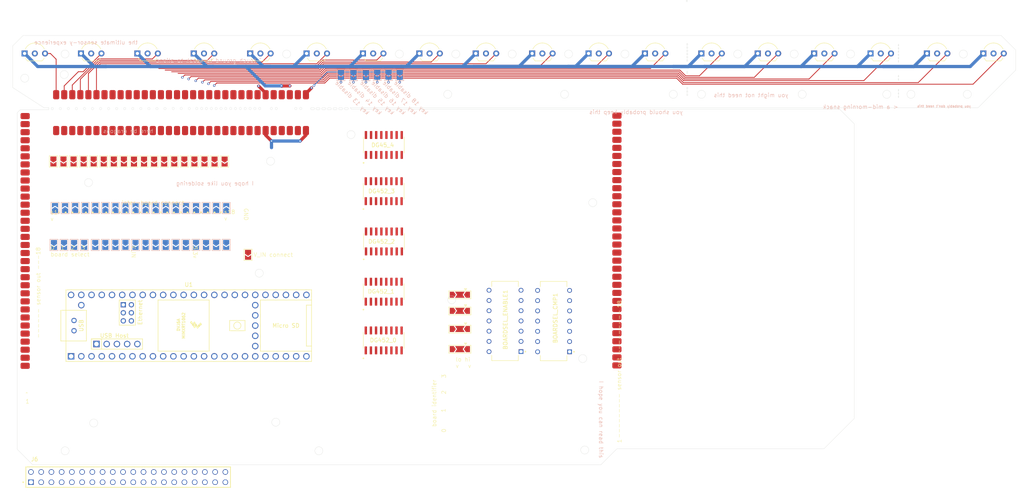
<source format=kicad_pcb>
(kicad_pcb (version 20240108) (generator "pcbnew") (generator_version "8.0")
  (layers (0 "F.Cu" power) (1 "In1.Cu" power "In1.Cu.+3v3") (2 "In2.Cu" signal) (31 "B.Cu" signal "B.Cu.Gnd") (34 "B.Paste" user) (35 "F.Paste" user) (36 "B.SilkS" user "B.Silkscreen") (37 "F.SilkS" user "F.Silkscreen") (38 "B.Mask" user) (39 "F.Mask" user) (44 "Edge.Cuts" user))
  (net 0 "")
  (net 1 "Net-(BOARDSEL_CMP1-2Y)")
  (net 2 "Net-(BOARDSEL_CMP1-3B)")
  (net 3 "Net-(BOARDSEL_CMP1-4A)")
  (net 4 "Net-(BOARDSEL_CMP1-2A)")
  (net 5 "Net-(BOARDSEL_CMP1-4B)")
  (net 6 "Net-(BOARDSEL_CMP1-1A)")
  (net 7 "Net-(BOARDSEL_CMP1-4Y)")
  (net 8 "Net-(BOARDSEL_CMP1-3Y)")
  (net 9 "Net-(BOARDSEL_CMP1-1Y)")
  (net 10 "Net-(BOARDSEL_CMP1-1B)")
  (net 11 "Net-(BOARDSEL_CMP1-2B)")
  (net 12 "GND")
  (net 13 "Net-(BOARDSEL_CMP1-VCC)")
  (net 14 "Net-(BOARDSEL_CMP1-3A)")
  (net 15 "Net-(BOARDSEL_ENABLE1-1Y)")
  (net 21 "Net-(DG45_4-S_4)")
  (net 22 "Net-(DG45_4-S_1)")
  (net 25 "Net-(DG45_4-D_4)")
  (net 26 "Net-(DG45_4-D_1)")
  (net 29 "Net-(DG452_0-D_1)")
  (net 30 "Net-(DG452_0-D_2)")
  (net 31 "Net-(DG452_0-D_3)")
  (net 32 "Net-(DG452_0-D_4)")
  (net 33 "Net-(DG452_0-S_3)")
  (net 34 "Net-(DG452_0-S_4)")
  (net 35 "Net-(DG452_0-S_1)")
  (net 36 "Net-(DG452_0-S_2)")
  (net 37 "Net-(DG452_1-D_1)")
  (net 38 "Net-(DG452_1-D_2)")
  (net 39 "Net-(DG452_1-S_3)")
  (net 40 "Net-(DG452_1-D_4)")
  (net 41 "Net-(DG452_1-S_1)")
  (net 42 "Net-(DG452_1-S_2)")
  (net 43 "Net-(DG452_1-S_4)")
  (net 44 "Net-(DG452_1-D_3)")
  (net 45 "Net-(DG452_2-S_4)")
  (net 46 "Net-(DG452_2-D_3)")
  (net 47 "Net-(DG452_2-S_3)")
  (net 48 "Net-(DG452_2-S_2)")
  (net 49 "Net-(DG452_2-D_4)")
  (net 50 "Net-(DG452_2-S_1)")
  (net 51 "Net-(DG452_2-D_1)")
  (net 52 "Net-(DG452_2-D_2)")
  (net 53 "Net-(DG452_3-D_2)")
  (net 54 "Net-(DG452_3-S_2)")
  (net 55 "Net-(DG452_3-D_1)")
  (net 56 "Net-(DG452_3-S_3)")
  (net 57 "Net-(DG452_3-S_4)")
  (net 58 "Net-(DG452_3-D_3)")
  (net 59 "Net-(DG452_3-D_4)")
  (net 60 "Net-(DG452_3-S_1)")
  (net 64 "Net-(J4-Pin_22)")
  (net 67 "Net-(J4-Pin_26)")
  (net 68 "Net-(J4-Pin_25)")
  (net 69 "Net-(J4-Pin_29)")
  (net 71 "Net-(JP23-B)")
  (net 72 "Net-(J4-Pin_21)")
  (net 73 "Net-(J4-Pin_28)")
  (net 74 "Net-(J4-Pin_23)")
  (net 116 "Net-(J2-Pin_9)")
  (net 134 "Net-(J4-Pin_31)")
  (net 135 "Net-(J4-Pin_27)")
  (net 136 "Net-(J4-Pin_32)")
  (net 137 "Net-(J4-Pin_24)")
  (net 138 "Net-(J4-Pin_30)")
  (net 143 "Net-(J4-Pin_16)")
  (net 144 "Net-(J4-Pin_20)")
  (net 145 "Net-(J4-Pin_18)")
  (net 146 "Net-(J4-Pin_17)")
  (net 147 "Net-(J4-Pin_15)")
  (net 148 "Net-(J4-Pin_19)")
  (footprint "Package_TO_SOT_THT:TO-92_Inline_Wide" (layer "F.Cu") (at 155.96 35.86)
    (property "Reference" "U12" (hide yes))
    (property "Value" "DRV5055A1xLPGxQ1")
  )
  (footprint "Package_TO_SOT_THT:TO-92_Inline_Wide" (layer "F.Cu") (at 29.96 35.86)
    (property "Reference" "U3" (hide yes))
    (property "Value" "DRV5055A1xLPGxQ1")
  )
  (footprint "Package_TO_SOT_THT:TO-92_Inline_Wide" (layer "F.Cu") (at 71.96 35.86)
    (property "Reference" "U6" (hide yes))
    (property "Value" "DRV5055A1xLPGxQ1")
  )
  (footprint "Package_TO_SOT_THT:TO-92_Inline_Wide" (layer "F.Cu") (at 169.96 35.86)
    (property "Reference" "U13" (hide yes))
    (property "Value" "DRV5055A1xLPGxQ1")
  )
  (footprint "mine:DIP794W45P254L1969H508Q14" (layer "F.Cu") (at 135.2275 102.26 180)
    (property "Reference" "BOARDSEL_ENABLE1")
    (property "Value" "SN74HCT21N")
  )
  (footprint "mine:SOIC127P600X175-16N" (layer "F.Cu") (at 105.11 107.095 90)
    (property "Reference" "DG452_0")
    (property "Value" "~")
  )
  (footprint "mine:Conn_1x32_SMD" (layer "F.Cu") (at 90.800001 55 -90)
    (property "Reference" "J4" (hide yes))
    (property "Value" "Conn_01x32_Pin")
  )
  (footprint "Jumper:SolderJumper-2_P1.3mm_Open_TrianglePad1.0x1.5mm" (layer "F.Cu") (at 33.115686 62.675 -90)
    (property "Reference" "JP52" (hide yes))
    (property "Value" "SolderJumper_2_Open" (hide yes))
  )
  (footprint "Jumper:SolderJumper-2_P1.3mm_Open_TrianglePad1.0x1.5mm" (layer "F.Cu") (at 35.615686 62.675 -90)
    (property "Reference" "JP53" (hide yes))
    (property "Value" "SolderJumper_2_Open" (hide yes))
  )
  (footprint "mine:SOIC127P600X175-16N" (layer "F.Cu") (at 105.165 82.525 90)
    (property "Reference" "DG452_2")
    (property "Value" "~")
  )
  (footprint "mine:SOIC127P600X175-16N" (layer "F.Cu") (at 105.11 70.05 90)
    (property "Reference" "DG452_3")
    (property "Value" "~")
  )
  (footprint "Jumper:SolderJumper-3_P2.0mm_Open_TrianglePad1.0x1.5mm" (layer "F.Cu") (at 124.0175 104.26 180)
    (property "Reference" "JP2" (hide yes))
    (property "Value" "Jumper_3_Open")
  )
  (footprint "Package_TO_SOT_THT:TO-92_Inline_Wide" (layer "F.Cu") (at 225.96 35.86)
    (property "Reference" "U17" (hide yes))
    (property "Value" "DRV5055A1xLPGxQ1")
  )
  (footprint "Package_TO_SOT_THT:TO-92_Inline_Wide" (layer "F.Cu") (at 85.96 35.86)
    (property "Reference" "U7" (hide yes))
    (property "Value" "DRV5055A1xLPGxQ1")
  )
  (footprint "Package_TO_SOT_THT:TO-92_Inline_Wide" (layer "F.Cu") (at 43.96 35.86)
    (property "Reference" "U4" (hide yes))
    (property "Value" "DRV5055A1xLPGxQ1")
  )
  (footprint "Package_TO_SOT_THT:TO-92_Inline_Wide" (layer "F.Cu") (at 183.96 35.86)
    (property "Reference" "U14" (hide yes))
    (property "Value" "DRV5055A1xLPGxQ1")
  )
  (footprint "Jumper:SolderJumper-3_P2.0mm_Open_TrianglePad1.0x1.5mm" (layer "F.Cu") (at 124.0175 95.76 180)
    (property "Reference" "JP4" (hide yes))
    (property "Value" "Jumper_3_Open")
  )
  (footprint "mine:SOIC127P600X175-16N" (layer "F.Cu") (at 105.145 58.575 90)
    (property "Reference" "DG45_4")
    (property "Value" "~")
  )
  (footprint "Package_TO_SOT_THT:TO-92_Inline_Wide" (layer "F.Cu") (at 57.96 35.86)
    (property "Reference" "U5" (hide yes))
    (property "Value" "DRV5055A1xLPGxQ1")
  )
  (footprint "Jumper:SolderJumper-3_P2.0mm_Open_TrianglePad1.0x1.5mm" (layer "F.Cu") (at 124.0175 109.26 180)
    (property "Reference" "JP1" (hide yes))
    (property "Value" "Jumper_3_Open")
  )
  (footprint "mine:Conn_1x32_SMD" (layer "F.Cu") (at 18.8 46.1 90)
    (property "Reference" "J5" (hide yes))
    (property "Value" "Conn_01x32_Pin")
  )
  (footprint "Jumper:SolderJumper-2_P1.3mm_Open_TrianglePad1.0x1.5mm" (layer "F.Cu") (at 25.615686 62.675 -90)
    (property "Reference" "JP49" (hide yes))
    (property "Value" "SolderJumper_2_Open" (hide yes))
  )
  (footprint "Jumper:SolderJumper-2_P1.3mm_Open_TrianglePad1.0x1.5mm" (layer "F.Cu") (at 55.615686 62.675 -90)
    (property "Reference" "JP61" (hide yes))
    (property "Value" "SolderJumper_2_Open" (hide yes))
  )
  (footprint "Jumper:SolderJumper-2_P1.3mm_Open_TrianglePad1.0x1.5mm" (layer "F.Cu") (at 50.615686 62.7 -90)
    (property "Reference" "JP59" (hide yes))
    (property "Value" "SolderJumper_2_Open" (hide yes))
  )
  (footprint "Jumper:SolderJumper-2_P1.3mm_Open_TrianglePad1.0x1.5mm" (layer "F.Cu") (at 45.615686 62.7 -90)
    (property "Reference" "JP57" (hide yes))
    (property "Value" "SolderJumper_2_Open" (hide yes))
  )
  (footprint "Jumper:SolderJumper-2_P1.3mm_Open_TrianglePad1.0x1.5mm" (layer "F.Cu") (at 53.115686 62.675 -90)
    (property "Reference" "JP60" (hide yes))
    (property "Value" "SolderJumper_2_Open" (hide yes))
  )
  (footprint "Package_TO_SOT_THT:TO-92_Inline_Wide" (layer "F.Cu") (at 127.96 35.86)
    (property "Reference" "U10" (hide yes))
    (property "Value" "DRV5055A1xLPGxQ1")
  )
  (footprint "Jumper:SolderJumper-2_P1.3mm_Open_TrianglePad1.0x1.5mm" (layer "F.Cu") (at 38.115686 62.675 -90)
    (property "Reference" "JP54" (hide yes))
    (property "Value" "SolderJumper_2_Open" (hide yes))
  )
  (footprint "Package_TO_SOT_THT:TO-92_Inline_Wide" (layer "F.Cu") (at 197.96 35.86)
    (property "Reference" "U15" (hide yes))
    (property "Value" "DRV5055A1xLPGxQ1")
  )
  (footprint "Jumper:SolderJumper-2_P1.3mm_Open_TrianglePad1.0x1.5mm" (layer "F.Cu") (at 63.115686 62.7 -90)
    (property "Reference" "JP64" (hide yes))
    (property "Value" "SolderJumper_2_Open" (hide yes))
  )
  (footprint "Jumper:SolderJumper-2_P1.3mm_Open_TrianglePad1.0x1.5mm" (layer "F.Cu") (at 71.435686 85.84 -90)
    (property "Reference" "JP23" (hide yes))
    (property "Value" "5v IN from control rail")
  )
  (footprint "Jumper:SolderJumper-2_P1.3mm_Open_TrianglePad1.0x1.5mm" (layer "F.Cu") (at 48.115686 62.7 -90)
    (property "Reference" "JP58" (hide yes))
    (property "Value" "SolderJumper_2_Open" (hide yes))
  )
  (footprint "Package_TO_SOT_THT:TO-92_Inline_Wide" (layer "F.Cu") (at 99.96 35.86)
    (property "Reference" "U8" (hide yes))
    (property "Value" "DRV5055A1xLPGxQ1")
  )
  (footprint "Package_TO_SOT_THT:TO-92_Inline_Wide" (layer "F.Cu") (at 141.96 35.86)
    (property "Reference" "U11" (hide yes))
    (property "Value" "DRV5055A1xLPGxQ1")
  )
  (footprint "Jumper:SolderJumper-2_P1.3mm_Open_TrianglePad1.0x1.5mm" (layer "F.Cu") (at 30.615686 62.675 -90)
    (property "Reference" "JP51" (hide yes))
    (property "Value" "SolderJumper_2_Open" (hide yes))
  )
  (footprint "mine:Conn_1x32_SMD" (layer "F.Cu") (at 163 46.3)
    (property "Reference" "J2" (hide yes))
    (property "Value" "Conn_01x32_Pin")
  )
  (footprint "mine:Conn_1x32_SMD" (layer "F.Cu") (at 16.1 46.4)
    (property "Reference" "J3" (hide yes))
    (property "Value" "Conn_01x32_Pin")
  )
  (footprint "Jumper:SolderJumper-2_P1.3mm_Open_TrianglePad1.0x1.5mm" (layer "F.Cu") (at 28.115686 62.675 -90)
    (property "Reference" "JP50" (hide yes))
    (property "Value" "SolderJumper_2_Open" (hide yes))
  )
  (footprint "Package_TO_SOT_THT:TO-92_Inline_Wide" (layer "F.Cu") (at 211.96 35.86)
    (property "Reference" "U16" (hide yes))
    (property "Value" "DRV5055A1xLPGxQ1")
  )
  (footprint "Jumper:SolderJumper-3_P2.0mm_Open_TrianglePad1.0x1.5mm" (layer "F.Cu") (at 124.0175 99.76 180)
    (property "Reference" "JP3" (hide yes))
    (property "Value" "Jumper_3_Open")
  )
  (footprint "Jumper:SolderJumper-2_P1.3mm_Open_TrianglePad1.0x1.5mm" (layer "F.Cu") (at 40.615686 62.675 -90)
    (property "Reference" "JP55" (hide yes))
    (property "Value" "SolderJumper_2_Open" (hide yes))
  )
  (footprint "mine:SOIC127P600X175-16N" (layer "F.Cu") (at 105.11 95 90)
    (property "Reference" "DG452_1")
    (property "Value" "~")
  )
  (footprint "Jumper:SolderJumper-2_P1.3mm_Open_TrianglePad1.0x1.5mm" (layer "F.Cu") (at 65.615686 62.7 -90)
    (property "Reference" "JP65" (hide yes))
    (property "Value" "SolderJumper_2_Open" (hide yes))
  )
  (footprint "mine:SAMTEC_TSW-120-20-S-D-LL" (layer "F.Cu") (at 41.67 141.03)
    (property "Reference" "J6")
    (property "Value" "TSW-120-20-S-D-LL")
  )
  (footprint "Jumper:SolderJumper-2_P1.3mm_Open_TrianglePad1.0x1.5mm" (layer "F.Cu") (at 60.615686 62.675 -90)
    (property "Reference" "JP63" (hide yes))
    (property "Value" "SolderJumper_2_Open" (hide yes))
  )
  (footprint "Package_TO_SOT_THT:TO-92_Inline_Wide" (layer "F.Cu") (at 15.96 35.86)
    (property "Reference" "U2" (hide yes))
    (property "Value" "DRV5055A1xLPGxQ1")
  )
  (footprint "Jumper:SolderJumper-2_P1.3mm_Open_TrianglePad1.0x1.5mm" (layer "F.Cu") (at 23.115686 62.675 -90)
    (property "Reference" "JP48" (hide yes))
    (property "Value" "SolderJumper_2_Open")
  )
  (footprint "Package_TO_SOT_THT:TO-92_Inline_Wide" (layer "F.Cu") (at 239.96 35.86)
    (property "Reference" "U18" (hide yes))
    (property "Value" "DRV5055A1xLPGxQ1")
  )
  (footprint "teensy:Teensy41" (layer "F.Cu") (at 56.71 103.42)
    (property "Reference" "U1")
    (property "Value" "Teensy4.1")
  )
  (footprint "mine:DIP794W45P254L1969H508Q14" (layer "F.Cu") (at 147.2875 102.3 180)
    (property "Reference" "BOARDSEL_CMP1")
    (property "Value" "SN74HCT266N")
  )
  (footprint "Package_TO_SOT_THT:TO-92_Inline_Wide" (layer "F.Cu") (at 253.96 35.86)
    (property "Reference" "U19" (hide yes))
    (property "Value" "DRV5055A1xLPGxQ1")
  )
  (footprint "Jumper:SolderJumper-2_P1.3mm_Open_TrianglePad1.0x1.5mm" (layer "F.Cu") (at 43.115686 62.7 -90)
    (property "Reference" "JP56" (hide yes))
    (property "Value" "SolderJumper_2_Open" (hide yes))
  )
  (footprint "Jumper:SolderJumper-2_P1.3mm_Open_TrianglePad1.0x1.5mm" (layer "F.Cu") (at 58.115686 62.675 -90)
    (property "Reference" "JP62" (hide yes))
    (property "Value" "SolderJumper_2_Open" (hide yes))
  )
  (footprint "Package_TO_SOT_THT:TO-92_Inline_Wide" (layer "F.Cu") (at 113.96 35.86)
    (property "Reference" "U9" (hide yes))
    (property "Value" "DRV5055A1xLPGxQ1")
  )
  (footprint "Jumper:SolderJumper-2_P1.3mm_Open_TrianglePad1.0x1.5mm" (layer "B.Cu") (at 23.25 83.4 -90)
    (property "Reference" "JPE01" (hide yes))
    (property "Value" "SolderJumper_2_Open")
  )
  (footprint "Jumper:SolderJumper-2_P1.3mm_Open_TrianglePad1.0x1.5mm" (layer "B.Cu") (at 58.5 83.375 -90)
    (property "Reference" "JPE15" (hide yes))
    (property "Value" "SolderJumper_2_Open" (hide yes))
  )
  (footprint "Jumper:SolderJumper-2_P1.3mm_Open_TrianglePad1.0x1.5mm" (layer "B.Cu") (at 53.5 83.375 -90)
    (property "Reference" "JPE13" (hide yes))
    (property "Value" "SolderJumper_2_Open" (hide yes))
  )
  (footprint "Jumper:SolderJumper-2_P1.3mm_Open_TrianglePad1.0x1.5mm" (layer "B.Cu") (at 53.515686 74.25 90)
    (property "Reference" "JP20" (hide yes))
    (property "Value" "SolderJumper_2_Open" (hide yes))
  )
  (footprint "Jumper:SolderJumper-2_P1.3mm_Open_TrianglePad1.0x1.5mm" (layer "B.Cu") (at 30.75 83.4 -90)
    (property "Reference" "JPE04" (hide yes))
    (property "Value" "SolderJumper_2_Open" (hide yes))
  )
  (footprint "Jumper:SolderJumper-2_P1.3mm_Open_TrianglePad1.0x1.5mm" (layer "B.Cu") (at 63.515686 74.225 90)
    (property "Reference" "JP46" (hide yes))
    (property "Value" "SolderJumper_2_Open" (hide yes))
  )
  (footprint "Jumper:SolderJumper-2_P1.3mm_Open_TrianglePad1.0x1.5mm" (layer "B.Cu") (at 66 83.375 -90)
    (property "Reference" "JPE18" (hide yes))
    (property "Value" "SolderJumper_2_Open" (hide yes))
  )
  (footprint "Jumper:SolderJumper-2_P1.3mm_Open_TrianglePad1.0x1.5mm" (layer "B.Cu") (at 43.515686 74.25 90)
    (property "Reference" "JP16" (hide yes))
    (property "Value" "SolderJumper_2_Open" (hide yes))
  )
  (footprint "Jumper:SolderJumper-2_P1.3mm_Open_TrianglePad1.0x1.5mm" (layer "B.Cu") (at 66.015686 74.25 90)
    (property "Reference" "JP47" (hide yes))
    (property "Value" "SolderJumper_2_Open" (hide yes))
  )
  (footprint "Jumper:SolderJumper-2_P1.3mm_Open_TrianglePad1.0x1.5mm" (layer "B.Cu") (at 36.015686 74.225 90)
    (property "Reference" "JP13" (hide yes))
    (property "Value" "SolderJumper_2_Open" (hide yes))
  )
  (footprint "Jumper:SolderJumper-2_P1.3mm_Open_TrianglePad1.0x1.5mm" (layer "B.Cu") (at 109.1 41.2 -90)
    (property "Reference" "JP5" (hide yes))
    (property "Value" "SolderJumper_2_Open")
  )
  (footprint "Jumper:SolderJumper-2_P1.3mm_Open_TrianglePad1.0x1.5mm" (layer "B.Cu") (at 36 83.4 -90)
    (property "Reference" "JPE06" (hide yes))
    (property "Value" "SolderJumper_2_Open" (hide yes))
  )
  (footprint "Jumper:SolderJumper-2_P1.3mm_Open_TrianglePad1.0x1.5mm" (layer "B.Cu") (at 41.015686 74.25 90)
    (property "Reference" "JP15" (hide yes))
    (property "Value" "SolderJumper_2_Open" (hide yes))
  )
  (footprint "Jumper:SolderJumper-2_P1.3mm_Open_TrianglePad1.0x1.5mm" (layer "B.Cu") (at 41 83.375 -90)
    (property "Reference" "JPE08" (hide yes))
    (property "Value" "SolderJumper_2_Open" (hide yes))
  )
  (footprint "Jumper:SolderJumper-2_P1.3mm_Open_TrianglePad1.0x1.5mm" (layer "B.Cu") (at 97.6 41.224999 -90)
    (property "Reference" "JP25" (hide yes))
    (property "Value" "SolderJumper_2_Open")
  )
  (footprint "Jumper:SolderJumper-2_P1.3mm_Open_TrianglePad1.0x1.5mm" (layer "B.Cu") (at 51 83.4 -90)
    (property "Reference" "JPE12" (hide yes))
    (property "Value" "SolderJumper_2_Open" (hide yes))
  )
  (footprint "Jumper:SolderJumper-2_P1.3mm_Open_TrianglePad1.0x1.5mm" (layer "B.Cu") (at 61.015686 74.225 90)
    (property "Reference" "JP45" (hide yes))
    (property "Value" "SolderJumper_2_Open" (hide yes))
  )
  (footprint "Jumper:SolderJumper-2_P1.3mm_Open_TrianglePad1.0x1.5mm" (layer "B.Cu") (at 103.5 41.149999 -90)
    (property "Reference" "JP7" (hide yes))
    (property "Value" "SolderJumper_2_Open")
  )
  (footprint "Jumper:SolderJumper-2_P1.3mm_Open_TrianglePad1.0x1.5mm" (layer "B.Cu") (at 46.015686 74.225 90)
    (property "Reference" "JP17" (hide yes))
    (property "Value" "SolderJumper_2_Open" (hide yes))
  )
  (footprint "Jumper:SolderJumper-2_P1.3mm_Open_TrianglePad1.0x1.5mm" (layer "B.Cu") (at 56 83.4 -90)
    (property "Reference" "JPE14" (hide yes))
    (property "Value" "SolderJumper_2_Open" (hide yes))
  )
  (footprint "Jumper:SolderJumper-2_P1.3mm_Open_TrianglePad1.0x1.5mm" (layer "B.Cu") (at 61 83.4 -90)
    (property "Reference" "JPE16" (hide yes))
    (property "Value" "SolderJumper_2_Open" (hide yes))
  )
  (footprint "Jumper:SolderJumper-2_P1.3mm_Open_TrianglePad1.0x1.5mm" (layer "B.Cu") (at 56.015686 74.225 90)
    (property "Reference" "JP21" (hide yes))
    (property "Value" "SolderJumper_2_Open" (hide yes))
  )
  (footprint "Jumper:SolderJumper-2_P1.3mm_Open_TrianglePad1.0x1.5mm" (layer "B.Cu") (at 28.25 83.4 -90)
    (property "Reference" "JPE03" (hide yes))
    (property "Value" "SolderJumper_2_Open" (hide yes))
  )
  (footprint "Jumper:SolderJumper-2_P1.3mm_Open_TrianglePad1.0x1.5mm" (layer "B.Cu") (at 25.75 83.4 -90)
    (property "Reference" "JPE02" (hide yes))
    (property "Value" "SolderJumper_2_Open" (hide yes))
  )
  (footprint "Jumper:SolderJumper-2_P1.3mm_Open_TrianglePad1.0x1.5mm" (layer "B.Cu") (at 51.015686 74.225 90)
    (property "Reference" "JP19" (hide yes))
    (property "Value" "SolderJumper_2_Open" (hide yes))
  )
  (footprint "Jumper:SolderJumper-2_P1.3mm_Open_TrianglePad1.0x1.5mm" (layer "B.Cu") (at 43.5 83.4 -90)
    (property "Reference" "JPE09" (hide yes))
    (property "Value" "SolderJumper_2_Open" (hide yes))
  )
  (footprint "Jumper:SolderJumper-2_P1.3mm_Open_TrianglePad1.0x1.5mm" (layer "B.Cu") (at 106.3 41.149999 -90)
    (property "Reference" "JP6" (hide yes))
    (property "Value" "SolderJumper_2_Open")
  )
  (footprint "Jumper:SolderJumper-2_P1.3mm_Open_TrianglePad1.0x1.5mm" (layer "B.Cu") (at 100.699998 41.249999 -90)
    (property "Reference" "JP24" (hide yes))
    (property "Value" "SolderJumper_2_Open")
  )
  (footprint "Jumper:SolderJumper-2_P1.3mm_Open_TrianglePad1.0x1.5mm" (layer "B.Cu") (at 38.5 83.4 -90)
    (property "Reference" "JPE07" (hide yes))
    (property "Value" "SolderJumper_2_Open" (hide yes))
  )
  (footprint "Jumper:SolderJumper-2_P1.3mm_Open_TrianglePad1.0x1.5mm" (layer "B.Cu") (at 38.515686 74.25 90)
    (property "Reference" "JP14" (hide yes))
    (property "Value" "SolderJumper_2_Open" (hide yes))
  )
  (footprint "Jumper:SolderJumper-2_P1.3mm_Open_TrianglePad1.0x1.5mm" (layer "B.Cu") (at 31.015686 74.225 90)
    (property "Reference" "JP11" (hide yes))
    (property "Value" "SolderJumper_2_Open" (hide yes))
  )
  (footprint "Jumper:SolderJumper-2_P1.3mm_Open_TrianglePad1.0x1.5mm" (layer "B.Cu") (at 33.5 83.4 -90)
    (property "Reference" "JPE05" (hide yes))
    (property "Value" "SolderJumper_2_Open" (hide yes))
  )
  (footprint "Jumper:SolderJumper-2_P1.3mm_Open_TrianglePad1.0x1.5mm" (layer "B.Cu") (at 48.5 83.4 -90)
    (property "Reference" "JPE11" (hide yes))
    (property "Value" "SolderJumper_2_Open" (hide yes))
  )
  (footprint "Jumper:SolderJumper-2_P1.3mm_Open_TrianglePad1.0x1.5mm" (layer "B.Cu") (at 26.015686 74.25 90)
    (property "Reference" "JP9" (hide yes))
    (property "Value" "SolderJumper_2_Open" (hide yes))
  )
  (footprint "Jumper:SolderJumper-2_P1.3mm_Open_TrianglePad1.0x1.5mm" (layer "B.Cu") (at 58.515686 74.25 90)
    (property "Reference" "JP22" (hide yes))
    (property "Value" "SolderJumper_2_Open" (hide yes))
  )
  (footprint "Jumper:SolderJumper-2_P1.3mm_Open_TrianglePad1.0x1.5mm" (layer "B.Cu") (at 46 83.4 -90)
    (property "Reference" "JPE10" (hide yes))
    (property "Value" "SolderJumper_2_Open" (hide yes))
  )
  (footprint "Jumper:SolderJumper-2_P1.3mm_Open_TrianglePad1.0x1.5mm" (layer "B.Cu") (at 48.515686 74.25 90)
    (property "Reference" "JP18" (hide yes))
    (property "Value" "SolderJumper_2_Open" (hide yes))
  )
  (footprint "Jumper:SolderJumper-2_P1.3mm_Open_TrianglePad1.0x1.5mm" (layer "B.Cu") (at 23.515686 74.225 90)
    (property "Reference" "JP8" (hide yes))
    (property "Value" "SolderJumper_2_Open")
  )
  (footprint "Jumper:SolderJumper-2_P1.3mm_Open_TrianglePad1.0x1.5mm" (layer "B.Cu") (at 28.515686 74.225 90)
    (property "Reference" "JP10" (hide yes))
    (property "Value" "SolderJumper_2_Open" (hide yes))
  )
  (footprint "Jumper:SolderJumper-2_P1.3mm_Open_TrianglePad1.0x1.5mm" (layer "B.Cu") (at 33.515686 74.225 90)
    (property "Reference" "JP12" (hide yes))
    (property "Value" "SolderJumper_2_Open" (hide yes))
  )
  (footprint "Jumper:SolderJumper-2_P1.3mm_Open_TrianglePad1.0x1.5mm" (layer "B.Cu") (at 94.5 41.2 -90)
    (property "Reference" "JP26" (hide yes))
    (property "Value" "SolderJumper_2_Open")
  )
  (footprint "Jumper:SolderJumper-2_P1.3mm_Open_TrianglePad1.0x1.5mm" (layer "B.Cu") (at 63.5 83.4 -90)
    (property "Reference" "JPE17" (hide yes))
    (property "Value" "SolderJumper_2_Open" (hide yes))
  )
  (gr_line (start 24.435686 75.315) (end 65.135686 75.315) (stroke (width 0.4) (type dot)) (layer "F.SilkS"))
  (gr_circle (center 40.823223 49.543935) (end 40.623223 49.743935) (stroke (width 0.05)) (fill none) (layer "Edge.Cuts"))
  (gr_circle (center 157 72.9) (end 158 72.9) (stroke (width 0.05)) (fill none) (layer "Edge.Cuts"))
  (gr_poly (pts (xy 180.3 46.3) (xy 180.3 45.9) (xy 180.6 45.9) (xy 180.6 46.3)) (stroke (width 0.05)) (fill none) (layer "Edge.Cuts"))
  (gr_poly (pts (xy 180.3 37) (xy 180.3 36.6) (xy 180.6 36.6) (xy 180.6 37)) (stroke (width 0.05)) (fill none) (layer "Edge.Cuts"))
  (gr_arc (start 88.296446 49.576777) (mid 88.369671 49.400008) (end 88.546446 49.326777) (stroke (width 0.05)) (layer "Edge.Cuts"))
  (gr_arc (start 92.523223 49.576777) (mid 92.596446 49.4) (end 92.773223 49.326777) (stroke (width 0.05)) (layer "Edge.Cuts"))
  (gr_circle (center 42.823223 49.543935) (end 42.623223 49.743935) (stroke (width 0.05)) (fill none) (layer "Edge.Cuts"))
  (gr_circle (center 151 36) (end 152 36) (stroke (width 0.05)) (fill none) (layer "Edge.Cuts"))
  (gr_arc (start 91.123223 49.603556) (mid 91.196454 49.426793) (end 91.373223 49.353556) (stroke (width 0.05)) (layer "Edge.Cuts"))
  (gr_line (start 87.2 49.3) (end 87.7 49.3) (stroke (width 0.05)) (layer "Edge.Cuts"))
  (gr_circle (center 250 46) (end 251 46) (stroke (width 0.05)) (fill none) (layer "Edge.Cuts"))
  (gr_arc (start 93.273223 49.326777) (mid 93.45 49.4) (end 93.523223 49.576777) (stroke (width 0.05)) (layer "Edge.Cuts"))
  (gr_circle (center 58.706065 49.526777) (end 58.506065 49.726777) (stroke (width 0.05)) (fill none) (layer "Edge.Cuts"))
  (gr_poly (pts (xy 232.8 37.2) (xy 232.8 36.8) (xy 233 36.8) (xy 233 37.2)) (stroke (width 0.05)) (fill none) (layer "Edge.Cuts"))
  (gr_circle (center 28.823223 49.543935) (end 28.623223 49.743935) (stroke (width 0.05)) (fill none) (layer "Edge.Cuts"))
  (gr_line (start 93.273223 49.826777) (end 92.773223 49.826777) (stroke (width 0.05)) (layer "Edge.Cuts"))
  (gr_circle (center 65.906065 49.526777) (end 65.706065 49.726777) (stroke (width 0.05)) (fill none) (layer "Edge.Cuts"))
  (gr_poly (pts (xy 232.8 46) (xy 232.8 45.6) (xy 233 45.6) (xy 233 46)) (stroke (width 0.05)) (fill none) (layer "Edge.Cuts"))
  (gr_circle (center 122 97) (end 123 97) (stroke (width 0.05)) (fill none) (layer "Edge.Cuts"))
  (gr_circle (center 165 36) (end 166 36) (stroke (width 0.05)) (fill none) (layer "Edge.Cuts"))
  (gr_line (start 91.373223 49.353556) (end 91.873223 49.353556) (stroke (width 0.05)) (layer "Edge.Cuts"))
  (gr_circle (center 56.840381 49.526777) (end 56.640381 49.726777) (stroke (width 0.05)) (fill none) (layer "Edge.Cuts"))
  (gr_circle (center 25.8 41.1) (end 26.8 41.1) (stroke (width 0.05)) (fill none) (layer "Edge.Cuts"))
  (gr_poly (pts (xy 180.27 23.015) (xy 180.27 22.615) (xy 180.47 22.615) (xy 180.47 23.015)) (stroke (width 0.05)) (fill none) (layer "Edge.Cuts"))
  (gr_circle (center 26.823223 49.543935) (end 26.623223 49.743935) (stroke (width 0.05)) (fill none) (layer "Edge.Cuts"))
  (gr_circle (center 44.823223 49.543935) (end 44.623223 49.743935) (stroke (width 0.05)) (fill none) (layer "Edge.Cuts"))
  (gr_arc (start 94.923223 49.576777) (mid 94.85 49.753554) (end 94.673223 49.826777) (stroke (width 0.05)) (layer "Edge.Cuts"))
  (gr_circle (center 54.840381 49.526777) (end 54.640381 49.726777) (stroke (width 0.05)) (fill none) (layer "Edge.Cuts"))
  (gr_arc (start 91.373223 49.853556) (mid 91.196454 49.780331) (end 91.123223 49.603556) (stroke (width 0.05)) (layer "Edge.Cuts"))
  (gr_circle (center 31.835686 67.915) (end 32.835686 67.915) (stroke (width 0.05)) (fill none) (layer "Edge.Cuts"))
  (gr_circle (center 249 36) (end 250 36) (stroke (width 0.05)) (fill none) (layer "Edge.Cuts"))
  (gr_arc (start 95.35 49.55) (mid 95.423214 49.3732) (end 95.6 49.3) (stroke (width 0.05)) (layer "Edge.Cuts"))
  (gr_circle (center 50.823223 49.543935) (end 50.623223 49.743935) (stroke (width 0.05)) (fill none) (layer "Edge.Cuts"))
  (gr_arc (start 95.6 49.8) (mid 95.42323 49.72677) (end 95.35 49.55) (stroke (width 0.05)) (layer "Edge.Cuts"))
  (gr_arc (start 87.7 49.3) (mid 87.876783 49.373217) (end 87.95 49.55) (stroke (width 0.05)) (layer "Edge.Cuts"))
  (gr_poly (pts (xy 20.72449 49.3) (xy 13 44.319737) (xy 13 34) (xy 15.6 31.4) (xy 258.4 31.4) (xy 262 35) (xy 262 40) (xy 252.7 49.3) (xy 102.4 49.3) (xy 96.8 49.3) (xy 96.8 49.4) (xy 97 49.5) (xy 97.066667 49.7) (xy 218.3 49.7) (xy 221.9 53.3) (xy 221.9 126.5) (xy 214.4 134) (xy 163 134) (xy 159 138) (xy 18 138) (xy 14.1 134.1) (xy 14.1 50.6) (xy 14.9 49.8) (xy 22 49.8) (xy 22 49.3)) (stroke (width 0.05)) (fill none) (layer "Edge.Cuts"))
  (gr_circle (center 33.115686 127.6) (end 34.115686 127.6) (stroke (width 0.05)) (fill none) (layer "Edge.Cuts"))
  (gr_circle (center 154.515686 111.6) (end 155.515686 111.6) (stroke (width 0.05)) (fill none) (layer "Edge.Cuts"))
  (gr_line (start 96.1 49.8) (end 95.6 49.8) (stroke (width 0.05)) (layer "Edge.Cuts"))
  (gr_circle (center 81 36) (end 82 36) (stroke (width 0.05)) (fill none) (layer "Edge.Cuts"))
  (gr_circle (center 193 36) (end 194 36) (stroke (width 0.05)) (fill none) (layer "Edge.Cuts"))
  (gr_circle (center 209 46) (end 210 46) (stroke (width 0.05)) (fill none) (layer "Edge.Cuts"))
  (gr_poly (pts (xy 232.8 36.4) (xy 232.8 36) (xy 233 36) (xy 233 36.4)) (stroke (width 0.05)) (fill none) (layer "Edge.Cuts"))
  (gr_circle (center 109 36) (end 110 36) (stroke (width 0.05)) (fill none) (layer "Edge.Cuts"))
  (gr_circle (center 74.340381 49.526777) (end 74.140381 49.726777) (stroke (width 0.05)) (fill none) (layer "Edge.Cuts"))
  (gr_circle (center 68.306065 49.526777) (end 68.106065 49.726777) (stroke (width 0.05)) (fill none) (layer "Edge.Cuts"))
  (gr_arc (start 96.35 49.55) (mid 96.276767 49.726754) (end 96.1 49.8) (stroke (width 0.05)) (layer "Edge.Cuts"))
  (gr_circle (center 73.123223 49.526777) (end 72.923223 49.726777) (stroke (width 0.05)) (fill none) (layer "Edge.Cuts"))
  (gr_line (start 89.046446 49.826777) (end 88.546446 49.826777) (stroke (width 0.05)) (layer "Edge.Cuts"))
  (gr_poly (pts (xy 180.3 34.6) (xy 180.3 34.2) (xy 180.6 34.2) (xy 180.6 34.6)) (stroke (width 0.05)) (fill none) (layer "Edge.Cuts"))
  (gr_circle (center 62.323223 49.526777) (end 62.123223 49.726777) (stroke (width 0.05)) (fill none) (layer "Edge.Cuts"))
  (gr_arc (start 89.296446 49.576777) (mid 89.223224 49.753562) (end 89.046446 49.826777) (stroke (width 0.05)) (layer "Edge.Cuts"))
  (gr_line (start 89.973223 49.326777) (end 90.473223 49.326777) (stroke (width 0.05)) (layer "Edge.Cuts"))
  (gr_circle (center 155.015686 134.3) (end 156.015686 134.3) (stroke (width 0.05)) (fill none) (layer "Edge.Cuts"))
  (gr_arc (start 90.473223 49.326777) (mid 90.65 49.4) (end 90.723223 49.576777) (stroke (width 0.05)) (layer "Edge.Cuts"))
  (gr_circle (center 71.940381 49.526777) (end 71.740381 49.726777) (stroke (width 0.05)) (fill none) (layer "Edge.Cuts"))
  (gr_circle (center 46.823223 49.543935) (end 46.623223 49.743935) (stroke (width 0.05)) (fill none) (layer "Edge.Cuts"))
  (gr_circle (center 177 46) (end 178 46) (stroke (width 0.05)) (fill none) (layer "Edge.Cuts"))
  (gr_line (start 87.7 49.8) (end 87.2 49.8) (stroke (width 0.05)) (layer "Edge.Cuts"))
  (gr_circle (center 77.223223 49.526777) (end 77.023223 49.726777) (stroke (width 0.05)) (fill none) (layer "Edge.Cuts"))
  (gr_circle (center 97 56) (end 98 56) (stroke (width 0.05)) (fill none) (layer "Edge.Cuts"))
  (gr_arc (start 91.873223 49.353556) (mid 92.049972 49.426784) (end 92.123223 49.603556) (stroke (width 0.05)) (layer "Edge.Cuts"))
  (gr_circle (center 74.215686 90.4) (end 75.215686 90.4) (stroke (width 0.05)) (fill none) (layer "Edge.Cuts"))
  (gr_circle (center 26.015686 134.5) (end 27.015686 134.5) (stroke (width 0.05)) (fill none) (layer "Edge.Cuts"))
  (gr_poly (pts (xy 232.8 46.8) (xy 232.8 46.4) (xy 233 46.4) (xy 233 46.8)) (stroke (width 0.05)) (fill none) (layer "Edge.Cuts"))
  (gr_arc (start 89.723223 49.576777) (mid 89.796446 49.4) (end 89.973223 49.326777) (stroke (width 0.05)) (layer "Edge.Cuts"))
  (gr_line (start 88.546446 49.326777) (end 89.046446 49.326777) (stroke (width 0.05)) (layer "Edge.Cuts"))
  (gr_circle (center 38.823223 49.543935) (end 38.623223 49.743935) (stroke (width 0.05)) (fill none) (layer "Edge.Cuts"))
  (gr_poly (pts (xy 180.3 37.8) (xy 180.3 37.4) (xy 180.6 37.4) (xy 180.6 37.8)) (stroke (width 0.05)) (fill none) (layer "Edge.Cuts"))
  (gr_poly (pts (xy 232.8 41.7) (xy 232.8 41.3) (xy 233 41.3) (xy 233 41.7)) (stroke (width 0.05)) (fill none) (layer "Edge.Cuts"))
  (gr_circle (center 59.923223 49.526777) (end 59.723223 49.726777) (stroke (width 0.05)) (fill none) (layer "Edge.Cuts"))
  (gr_poly (pts (xy 180.3 33.8) (xy 180.3 33.4) (xy 180.6 33.4) (xy 180.6 33.8)) (stroke (width 0.05)) (fill none) (layer "Edge.Cuts"))
  (gr_circle (center 236 46) (end 237 46) (stroke (width 0.05)) (fill none) (layer "Edge.Cuts"))
  (gr_circle (center 137 36) (end 138 36) (stroke (width 0.05)) (fill none) (layer "Edge.Cuts"))
  (gr_circle (center 48.823223 49.543935) (end 48.623223 49.743935) (stroke (width 0.05)) (fill none) (layer "Edge.Cuts"))
  (gr_poly (pts (xy 180.3 36.2) (xy 180.3 35.8) (xy 180.6 35.8) (xy 180.6 36.2)) (stroke (width 0.05)) (fill none) (layer "Edge.Cuts"))
  (gr_arc (start 92.773223 49.826777) (mid 92.596446 49.753554) (end 92.523223 49.576777) (stroke (width 0.05)) (layer "Edge.Cuts"))
  (gr_circle (center 184 46) (end 183 46) (stroke (width 0.05)) (fill none) (layer "Edge.Cuts"))
  (gr_arc (start 96.1 49.3) (mid 96.276783 49.373217) (end 96.35 49.55) (stroke (width 0.05)) (layer "Edge.Cuts"))
  (gr_arc (start 94.673223 49.326777) (mid 94.85 49.4) (end 94.923223 49.576777) (stroke (width 0.05)) (layer "Edge.Cuts"))
  (gr_arc (start 89.046446 49.326777) (mid 89.223208 49.400008) (end 89.296446 49.576777) (stroke (width 0.05)) (layer "Edge.Cuts"))
  (gr_circle (center 30.823223 49.543935) (end 30.623223 49.743935) (stroke (width 0.05)) (fill none) (layer "Edge.Cuts"))
  (gr_circle (center 22.823223 49.543935) (end 22.623223 49.743935) (stroke (width 0.05)) (fill none) (layer "Edge.Cuts"))
  (gr_poly (pts (xy 180.3 40.8) (xy 180.3 40.3) (xy 180.6 40.3) (xy 180.6 40.8)) (stroke (width 0.05)) (fill none) (layer "Edge.Cuts"))
  (gr_arc (start 89.973223 49.826777) (mid 89.796446 49.753554) (end 89.723223 49.576777) (stroke (width 0.05)) (layer "Edge.Cuts"))
  (gr_poly (pts (xy 180.3 44.7) (xy 180.3 44.3) (xy 180.6 44.3) (xy 180.6 44.7)) (stroke (width 0.05)) (fill none) (layer "Edge.Cuts"))
  (gr_poly (pts (xy 232.8 34.8) (xy 232.8 34.4) (xy 233 34.4) (xy 233 34.8)) (stroke (width 0.05)) (fill none) (layer "Edge.Cuts"))
  (gr_arc (start 90.723223 49.576777) (mid 90.65 49.753554) (end 90.473223 49.826777) (stroke (width 0.05)) (layer "Edge.Cuts"))
  (gr_circle (center 78.315686 127.4) (end 79.315686 127.4) (stroke (width 0.05)) (fill none) (layer "Edge.Cuts"))
  (gr_line (start 94.673223 49.826777) (end 94.173223 49.826777) (stroke (width 0.05)) (layer "Edge.Cuts"))
  (gr_circle (center 34.823223 49.543935) (end 34.623223 49.743935) (stroke (width 0.05)) (fill none) (layer "Edge.Cuts"))
  (gr_arc (start 87.95 49.55) (mid 87.876767 49.726754) (end 87.7 49.8) (stroke (width 0.05)) (layer "Edge.Cuts"))
  (gr_line (start 94.173223 49.326777) (end 94.673223 49.326777) (stroke (width 0.05)) (layer "Edge.Cuts"))
  (gr_circle (center 63.506065 49.526777) (end 63.306065 49.726777) (stroke (width 0.05)) (fill none) (layer "Edge.Cuts"))
  (gr_circle (center 78.440381 49.526777) (end 78.240381 49.726777) (stroke (width 0.05)) (fill none) (layer "Edge.Cuts"))
  (gr_circle (center 230 46) (end 231 46) (stroke (width 0.05)) (fill none) (layer "Edge.Cuts"))
  (gr_circle (center 61.106065 49.526777) (end 60.906065 49.726777) (stroke (width 0.05)) (fill none) (layer "Edge.Cuts"))
  (gr_poly (pts (xy 232.8 38) (xy 232.8 37.6) (xy 233 37.6) (xy 233 38)) (stroke (width 0.05)) (fill none) (layer "Edge.Cuts"))
  (gr_circle (center 24.823223 49.543935) (end 24.623223 49.743935) (stroke (width 0.05)) (fill none) (layer "Edge.Cuts"))
  (gr_circle (center 32.823223 49.543935) (end 32.623223 49.743935) (stroke (width 0.05)) (fill none) (layer "Edge.Cuts"))
  (gr_circle (center 26 36) (end 27 36) (stroke (width 0.05)) (fill none) (layer "Edge.Cuts"))
  (gr_circle (center 207 36) (end 208 36) (stroke (width 0.05)) (fill none) (layer "Edge.Cuts"))
  (gr_arc (start 94.173223 49.826777) (mid 93.996446 49.753554) (end 93.923223 49.576777) (stroke (width 0.05)) (layer "Edge.Cuts"))
  (gr_circle (center 83.306065 49.526777) (end 83.106065 49.726777) (stroke (width 0.05)) (fill none) (layer "Edge.Cuts"))
  (gr_arc (start 87.2 49.8) (mid 87.02323 49.72677) (end 86.95 49.55) (stroke (width 0.05)) (layer "Edge.Cuts"))
  (gr_poly (pts (xy 232.8 42.5) (xy 232.8 42.1) (xy 233 42.1) (xy 233 42.5)) (stroke (width 0.05)) (fill none) (layer "Edge.Cuts"))
  (gr_circle (center 123 36) (end 124 36) (stroke (width 0.05)) (fill none) (layer "Edge.Cuts"))
  (gr_circle (center 150 46) (end 151 46) (stroke (width 0.05)) (fill none) (layer "Edge.Cuts"))
  (gr_circle (center 84.523223 49.526777) (end 84.323223 49.726777) (stroke (width 0.05)) (fill none) (layer "Edge.Cuts"))
  (gr_poly (pts (xy 232.8 34) (xy 232.8 33.6) (xy 233 33.6) (xy 233 34)) (stroke (width 0.05)) (fill none) (layer "Edge.Cuts"))
  (gr_arc (start 92.123223 49.603556) (mid 92.050007 49.780346) (end 91.873223 49.853556) (stroke (width 0.05)) (layer "Edge.Cuts"))
  (gr_circle (center 67.123223 49.526777) (end 66.923223 49.726777) (stroke (width 0.05)) (fill none) (layer "Edge.Cuts"))
  (gr_arc (start 88.546446 49.826777) (mid 88.369654 49.753562) (end 88.296446 49.576777) (stroke (width 0.05)) (layer "Edge.Cuts"))
  (gr_circle (center 36.823223 49.543935) (end 36.623223 49.743935) (stroke (width 0.05)) (fill none) (layer "Edge.Cuts"))
  (gr_poly (pts (xy 180.3 45.5) (xy 180.3 45.1) (xy 180.6 45.1) (xy 180.6 45.5)) (stroke (width 0.05)) (fill none) (layer "Edge.Cuts"))
  (gr_arc (start 86.95 49.55) (mid 87.023214 49.3732) (end 87.2 49.3) (stroke (width 0.05)) (layer "Edge.Cuts"))
  (gr_poly (pts (xy 180.3 35.4) (xy 180.3 35) (xy 180.6 35) (xy 180.6 35.4)) (stroke (width 0.05)) (fill none) (layer "Edge.Cuts"))
  (gr_line (start 92.773223 49.326777) (end 93.273223 49.326777) (stroke (width 0.05)) (layer "Edge.Cuts"))
  (gr_poly (pts (xy 232.8 35.6) (xy 232.8 35.2) (xy 233 35.2) (xy 233 35.6)) (stroke (width 0.05)) (fill none) (layer "Edge.Cuts"))
  (gr_arc (start 93.523223 49.576777) (mid 93.45 49.753554) (end 93.273223 49.826777) (stroke (width 0.05)) (layer "Edge.Cuts"))
  (gr_circle (center 221 36) (end 222 36) (stroke (width 0.05)) (fill none) (layer "Edge.Cuts"))
  (gr_circle (center 89.015686 134.5) (end 90.015686 134.5) (stroke (width 0.05)) (fill none) (layer "Edge.Cuts"))
  (gr_line (start 91.873223 49.853556) (end 91.373223 49.853556) (stroke (width 0.05)) (layer "Edge.Cuts"))
  (gr_circle (center 64.723223 49.526777) (end 64.523223 49.726777) (stroke (width 0.05)) (fill none) (layer "Edge.Cuts"))
  (gr_circle (center 52.840381 49.526777) (end 52.640381 49.726777) (stroke (width 0.05)) (fill none) (layer "Edge.Cuts"))
  (gr_circle (center 69.523223 49.526777) (end 69.323223 49.726777) (stroke (width 0.05)) (fill none) (layer "Edge.Cuts"))
  (gr_line (start 95.6 49.3) (end 96.1 49.3) (stroke (width 0.05)) (layer "Edge.Cuts"))
  (gr_arc (start 93.923223 49.576777) (mid 93.996446 49.4) (end 94.173223 49.326777) (stroke (width 0.05)) (layer "Edge.Cuts"))
  (gr_circle (center 16 42) (end 17 42) (stroke (width 0.05)) (fill none) (layer "Edge.Cuts"))
  (gr_poly (pts (xy 232.8 45.2) (xy 232.8 44.8) (xy 233 44.8) (xy 233 45.2)) (stroke (width 0.05)) (fill none) (layer "Edge.Cuts"))
  (gr_line (start 90.473223 49.826777) (end 89.973223 49.826777) (stroke (width 0.05)) (layer "Edge.Cuts"))
  (gr_circle (center 70.723223 49.526777) (end 70.523223 49.726777) (stroke (width 0.05)) (fill none) (layer "Edge.Cuts"))
  (gr_circle (center 77.015686 62.6) (end 78.015686 62.6) (stroke (width 0.05)) (fill none) (layer "Edge.Cuts"))
  (gr_circle (center 121 46) (end 122 46) (stroke (width 0.05)) (fill none) (layer "Edge.Cuts"))
  (gr_text "key 17 disable" (at 112.7 51.3 -45) (layer "B.SilkS") (effects (font (size 1 1) (thickness 0.1)) (justify left bottom mirror)))
  (gr_text "^ touch ground to speak to aliens" (at 74.8 38.2 0) (layer "B.SilkS") (effects (font (size 1 1) (thickness 0.1)) (justify left bottom mirror)))
  (gr_text "I hope you like soldering" (at 72.9 68.7 0) (layer "B.SilkS") (effects (font (size 1 1) (thickness 0.1)) (justify left bottom mirror)))
  (gr_text "key 18 disable" (at 115.5 51.3 -45) (layer "B.SilkS") (effects (font (size 1 1) (thickness 0.1)) (justify left bottom mirror)))
  (gr_text "key 15 disable" (at 107.1 51.3 -45) (layer "B.SilkS") (effects (font (size 1 1) (thickness 0.1)) (justify left bottom mirror)))
  (gr_text "here be dragons" (at 48 55.7 -0) (layer "B.SilkS") (effects (font (size 1 1) (thickness 0.1)) (justify left bottom mirror)))
  (gr_text "you should probably keep this" (at 179.4 51 0) (layer "B.SilkS") (effects (font (size 1 1) (thickness 0.1)) (justify left bottom mirror)))
  (gr_text "the ultimate sensor-y experience" (at 44.1 33.7 0) (layer "B.SilkS") (effects (font (size 1 1) (thickness 0.1)) (justify left bottom mirror)))
  (gr_text "< a mid-morning snack" (at 232.9 49.7 0) (layer "B.SilkS") (effects (font (size 1 1) (thickness 0.1)) (justify left bottom mirror)))
  (gr_text "key 13 disable" (at 100.9 51.3 -45) (layer "B.SilkS") (effects (font (size 1 1) (thickness 0.1)) (justify left bottom mirror)))
  (gr_text "you might not need this" (at 205.6 46.8 0) (layer "B.SilkS") (effects (font (size 1 1) (thickness 0.1)) (justify left bottom mirror)))
  (gr_text "key 14 disable" (at 104 51.3 -45) (layer "B.SilkS") (effects (font (size 1 1) (thickness 0.1)) (justify left bottom mirror)))
  (gr_text "I hope you can read this" (at 158.5 117.1 -90) (layer "B.SilkS") (effects (font (size 1 1) (thickness 0.1)) (justify left bottom)))
  (gr_text "key 16 disable" (at 109.9 51.3 -45) (layer "B.SilkS") (effects (font (size 1 1) (thickness 0.1)) (justify left bottom mirror)))
  (gr_text "you probably don't need this" (at 250.9 49.3 0) (layer "B.SilkS") (effects (font (size 0.6 0.6) (thickness 0.1)) (justify left bottom mirror)))
  (gr_text "--------- sensor out ---------" (at 164.135686 131.415 90) (layer "F.SilkS") (effects (font (size 1 1) (thickness 0.1)) (justify left bottom)))
  (gr_text "3" (at 120.635686 116.515 90) (layer "F.SilkS") (effects (font (size 1 1) (thickness 0.1)) (justify left bottom)))
  (gr_text "^\n1" (at 16.135686 122.815 0) (layer "F.SilkS") (effects (font (size 1 1) (thickness 0.1)) (justify left bottom)))
  (gr_text "lo hi\nv   v" (at 122.935686 114.015 0) (layer "F.SilkS") (effects (font (size 1 1) (thickness 0.1)) (justify left bottom)))
  (gr_text "------ sensor out ---" (at 19.935686 106.615 90) (layer "F.SilkS") (effects (font (size 1 1) (thickness 0.1)) (justify left bottom)))
  (gr_text "GND" (at 70.335686 74.215 -90) (layer "F.SilkS") (effects (font (size 1 1) (thickness 0.1)) (justify left bottom)))
  (gr_text "V_IN connect" (at 72.735686 86.415 0) (layer "F.SilkS") (effects (font (size 1 1) (thickness 0.1)) (justify left bottom)))
  (gr_text "18" (at 164.235686 99.115 90) (layer "F.SilkS") (effects (font (size 1 1) (thickness 0.1)) (justify left bottom)))
  (gr_text "1" (at 164.235686 132.615 90) (layer "F.SilkS") (effects (font (size 1 1) (thickness 0.1)) (justify left bottom)))
  (gr_text "inter-board connect" (at 40 73.5 0) (layer "F.SilkS") (effects (font (size 1 1) (thickness 0.1)) (justify left bottom)))
  (gr_text "V_IN" (at 42.435686 83.415 -90) (layer "F.SilkS") (effects (font (size 1 1) (thickness 0.1)) (justify left bottom)))
  (gr_text "2" (at 120.635686 120.515 90) (layer "F.SilkS") (effects (font (size 1 1) (thickness 0.1)) (justify left bottom)))
  (gr_text "board identifier" (at 118.235686 128.615 90) (layer "F.SilkS") (effects (font (size 1 1) (thickness 0.1)) (justify left bottom)))
  (gr_text "3.3v" (at 57.735686 83.515 -90) (layer "F.SilkS") (effects (font (size 1 1) (thickness 0.1)) (justify left bottom)))
  (gr_text "s18\nv" (at 65.435686 77.415 0) (layer "F.SilkS") (effects (font (size 1 1) (thickness 0.1)) (justify left bottom)))
  (gr_text "1" (at 120.535686 125.015 90) (layer "F.SilkS") (effects (font (size 1 1) (thickness 0.1)) (justify left bottom)))
  (gr_text "0  1  2  3\nboard select" (at 22.335686 86.315 0) (layer "F.SilkS") (effects (font (size 1 1.02) (thickness 0.1)) (justify left bottom)))
  (gr_text "0" (at 120.635686 130.015 90) (layer "F.SilkS") (effects (font (size 1 1) (thickness 0.1)) (justify left bottom)))
  (gr_text "18" (at 19.935686 85.915 90) (layer "F.SilkS") (effects (font (size 1 1) (thickness 0.1)) (justify left bottom)))
  (gr_text "s1\nv" (at 22.335686 77.515 0) (layer "F.SilkS") (effects (font (size 1 1) (thickness 0.1)) (justify left bottom)))
  (segment (start 84.343001 57.6) (end 85.800001 56.143) (width 0.8) (layer "F.Cu") (net 12))
  (segment (start 85.800001 55) (end 85.800001 56.143) (width 0.2) (layer "F.Cu") (net 12))
  (segment (start 77.257001 57.6) (end 75.800001 56.143) (width 0.8) (layer "F.Cu") (net 12))
  (segment (start 87.2 44.4) (end 85.799999 45.800001) (width 0.8) (layer "F.Cu") (net 12))
  (segment (start 74.05 43.95) (end 75.8 45.7) (width 0.8) (layer "F.Cu") (net 12))
  (segment (start 75.8 54.999999) (end 75.800001 55) (width 0.2) (layer "F.Cu") (net 12))
  (segment (start 85.799999 54.999998) (end 85.800001 55) (width 0.2) (layer "F.Cu") (net 12))
  (segment (start 75.800001 56.143) (end 75.800001 55) (width 0.2) (layer "F.Cu") (net 12))
  (via (at 87.8 43.8) (size 0.6) (drill 0.3) (layers "F.Cu" "B.Cu") (net 12))
  (via (at 84.343001 57.6) (size 0.6) (drill 0.3) (layers "F.Cu" "B.Cu") (net 12))
  (via (at 77.257001 57.6) (size 0.6) (drill 0.3) (layers "F.Cu" "B.Cu") (net 12))
  (via (at 74.05 43.95) (size 0.6) (drill 0.3) (layers "F.Cu" "B.Cu") (net 12))
  (via (at 87.2 44.4) (size 0.6) (drill 0.3) (layers "F.Cu" "B.Cu") (net 12))
  (segment (start 87.8 43.8) (end 91.124999 40.475001) (width 0.2) (layer "B.Cu") (net 12))
  (segment (start 91.124999 40.475001) (end 94.5 40.475001) (width 0.2) (layer "B.Cu") (net 12))
  (segment (start 109.049999 40.425) (end 109.1 40.475001) (width 0.2) (layer "B.Cu") (net 12))
  (segment (start 94.499998 40.475) (end 106.25 40.475) (width 0.2) (layer "B.Cu") (net 12))
  (segment (start 77.257001 57.6) (end 84.343001 57.6) (width 0.8) (layer "B.Cu") (net 12))
  (segment (start 106.3 40.425) (end 109.049999 40.425) (width 0.2) (layer "B.Cu") (net 12))
  (segment (start 106.25 40.475) (end 106.3 40.425001) (width 0.2) (layer "B.Cu") (net 12))
  (segment (start 77.257001 57.6) (end 77.257001 59.242999) (width 0.8) (layer "B.Cu") (net 12))
  (segment (start 81.800001 43.900001) (end 81.8 43.9) (width 0.8) (layer "F.Cu") (net 13))
  (segment (start 79.799999 54.999999) (end 79.8 55) (width 0.2) (layer "F.Cu") (net 13))
  (segment (start 81.8 43.9) (end 79.7 43.9) (width 0.8) (layer "F.Cu") (net 13))
  (segment (start 79.7 43.9) (end 79.799999 43.999999) (width 0.8) (layer "F.Cu") (net 13))
  (via (at 79.7 43.9) (size 0.6) (drill 0.3) (layers "F.Cu" "B.Cu") (net 13))
  (via (at 81.8 43.9) (size 0.6) (drill 0.3) (layers "F.Cu" "B.Cu") (net 13))
  (segment (start 19.2 39.1) (end 15.96 35.86) (width 0.8) (layer "B.Cu") (net 13))
  (segment (start 75.7 43.9) (end 70.9 39.1) (width 0.8) (layer "B.Cu") (net 13))
  (segment (start 88.1 39.1) (end 96.72 39.1) (width 0.8) (layer "B.Cu") (net 13))
  (segment (start 68.8 39.1) (end 62.8 39.1) (width 0.8) (layer "B.Cu") (net 13))
  (segment (start 77 39.1) (end 82.72 39.1) (width 0.8) (layer "B.Cu") (net 13))
  (segment (start 150.9 39.1) (end 166.72 39.1) (width 0.8) (layer "B.Cu") (net 13))
  (segment (start 229.1 39.1) (end 236.72 39.1) (width 0.8) (layer "B.Cu") (net 13))
  (segment (start 49.6 39.1) (end 36.2 39.1) (width 0.8) (layer "B.Cu") (net 13))
  (segment (start 110.72 39.1) (end 113.96 35.86) (width 0.8) (layer "B.Cu") (net 13))
  (segment (start 49.6 39.1) (end 47.2 39.1) (width 0.8) (layer "B.Cu") (net 13))
  (segment (start 62.8 39.1) (end 49.6 39.1) (width 0.8) (layer "B.Cu") (net 13))
  (segment (start 82.72 39.1) (end 85.96 35.86) (width 0.8) (layer "B.Cu") (net 13))
  (segment (start 109.4 39.1) (end 127.4 39.1) (width 0.8) (layer "B.Cu") (net 13))
  (segment (start 184.7 39.1) (end 208.72 39.1) (width 0.8) (layer "B.Cu") (net 13))
  (segment (start 96.72 39.1) (end 99.96 35.86) (width 0.8) (layer "B.Cu") (net 13))
  (segment (start 250.72 39.1) (end 253.96 35.86) (width 0.8) (layer "B.Cu") (net 13))
  (segment (start 98.2 39.1) (end 110.72 39.1) (width 0.8) (layer "B.Cu") (net 13))
  (segment (start 88.1 39.1) (end 98.2 39.1) (width 0.8) (layer "B.Cu") (net 13))
  (segment (start 109.4 39.1) (end 124.72 39.1) (width 0.8) (layer "B.Cu") (net 13))
  (segment (start 36.2 39.1) (end 19.2 39.1) (width 0.8) (layer "B.Cu") (net 13))
  (segment (start 77 39.1) (end 75.2 39.1) (width 0.8) (layer "B.Cu") (net 13))
  (segment (start 222.72 39.1) (end 229.1 39.1) (width 0.8) (layer "B.Cu") (net 13))
  (segment (start 79.7 43.9) (end 75.7 43.9) (width 0.8) (layer "B.Cu") (net 13))
  (segment (start 131.4 39.1) (end 150.9 39.1) (width 0.8) (layer "B.Cu") (net 13))
  (segment (start 131.4 39.1) (end 152.72 39.1) (width 0.8) (layer "B.Cu") (net 13))
  (segment (start 124.72 39.1) (end 127.96 35.86) (width 0.8) (layer "B.Cu") (net 13))
  (segment (start 184.7 39.1) (end 194.72 39.1) (width 0.8) (layer "B.Cu") (net 13))
  (segment (start 61.2 39.1) (end 57.96 35.86) (width 0.8) (layer "B.Cu") (net 13))
  (segment (start 36.2 39.1) (end 33.2 39.1) (width 0.8) (layer "B.Cu") (net 13))
  (segment (start 98.2 39.1) (end 109.4 39.1) (width 0.8) (layer "B.Cu") (net 13))
  (segment (start 229.1 39.1) (end 250.72 39.1) (width 0.8) (layer "B.Cu") (net 13))
  (segment (start 177 39.1) (end 180.72 39.1) (width 0.8) (layer "B.Cu") (net 13))
  (segment (start 208.72 39.1) (end 222.72 39.1) (width 0.8) (layer "B.Cu") (net 13))
  (segment (start 70.9 39.1) (end 68.8 39.1) (width 0.8) (layer "B.Cu") (net 13))
  (segment (start 166.72 39.1) (end 169.96 35.86) (width 0.8) (layer "B.Cu") (net 13))
  (segment (start 152.72 39.1) (end 155.96 35.86) (width 0.8) (layer "B.Cu") (net 13))
  (segment (start 180.72 39.1) (end 183.96 35.86) (width 0.8) (layer "B.Cu") (net 13))
  (segment (start 68.8 39.1) (end 77 39.1) (width 0.8) (layer "B.Cu") (net 13))
  (segment (start 75.2 39.1) (end 71.96 35.86) (width 0.8) (layer "B.Cu") (net 13))
  (segment (start 236.72 39.1) (end 239.96 35.86) (width 0.8) (layer "B.Cu") (net 13))
  (segment (start 194.72 39.1) (end 197.96 35.86) (width 0.8) (layer "B.Cu") (net 13))
  (segment (start 208.72 39.1) (end 211.96 35.86) (width 0.8) (layer "B.Cu") (net 13))
  (segment (start 222.72 39.1) (end 225.96 35.86) (width 0.8) (layer "B.Cu") (net 13))
  (segment (start 177 39.1) (end 184.7 39.1) (width 0.8) (layer "B.Cu") (net 13))
  (segment (start 70.9 39.1) (end 88.1 39.1) (width 0.8) (layer "B.Cu") (net 13))
  (segment (start 150.9 39.1) (end 177 39.1) (width 0.8) (layer "B.Cu") (net 13))
  (segment (start 62.8 39.1) (end 61.2 39.1) (width 0.8) (layer "B.Cu") (net 13))
  (segment (start 127.4 39.1) (end 131.4 39.1) (width 0.8) (layer "B.Cu") (net 13))
  (segment (start 138.72 39.1) (end 141.96 35.86) (width 0.8) (layer "B.Cu") (net 13))
  (segment (start 127.4 39.1) (end 138.72 39.1) (width 0.8) (layer "B.Cu") (net 13))
  (segment (start 47.2 39.1) (end 43.96 35.86) (width 0.8) (layer "B.Cu") (net 13))
  (segment (start 33.2 39.1) (end 29.96 35.86) (width 0.8) (layer "B.Cu") (net 13))
  (segment (start 89.32843 40.4) (end 90.52843 39.2) (width 0.2) (layer "F.Cu") (net 64))
  (segment (start 157.7 39.2) (end 161.04 35.86) (width 0.2) (layer "F.Cu") (net 64))
  (segment (start 52.457 40.4) (end 89.32843 40.4) (width 0.2) (layer "F.Cu") (net 64))
  (segment (start 90.52843 39.2) (end 157.7 39.2) (width 0.2) (layer "F.Cu") (net 64))
  (segment (start 88.665686 38.8) (end 89.965686 37.5) (width 0.2) (layer "F.Cu") (net 67))
  (segment (start 89.965686 37.5) (end 103.4 37.5) (width 0.2) (layer "F.Cu") (net 67))
  (segment (start 46.056999 38.8) (end 88.665686 38.8) (width 0.2) (layer "F.Cu") (net 67))
  (segment (start 103.4 37.5) (end 105.04 35.86) (width 0.2) (layer "F.Cu") (net 67))
  (segment (start 90.031372 38) (end 116.9 38) (width 0.2) (layer "F.Cu") (net 68))
  (segment (start 116.9 38) (end 119.04 35.86) (width 0.2) (layer "F.Cu") (net 68))
  (segment (start 47.5 39.2) (end 88.831372 39.2) (width 0.2) (layer "F.Cu") (net 68))
  (segment (start 88.831372 39.2) (end 90.031372 38) (width 0.2) (layer "F.Cu") (net 68))
  (segment (start 29.800001 42.265685) (end 29.800001 46.1) (width 0.2) (layer "F.Cu") (net 69))
  (segment (start 63.04 35.86) (end 61.3 37.6) (width 0.2) (layer "F.Cu") (net 69))
  (segment (start 34.465686 37.6) (end 29.800001 42.265685) (width 0.2) (layer "F.Cu") (net 69))
  (segment (start 61.3 37.6) (end 34.465686 37.6) (width 0.2) (layer "F.Cu") (net 69))
  (segment (start 89.494116 40.8) (end 90.694116 39.6) (width 0.2) (layer "F.Cu") (net 72))
  (segment (start 171.3 39.6) (end 175.04 35.86) (width 0.2) (layer "F.Cu") (net 72))
  (segment (start 54.056999 40.8) (end 89.494116 40.8) (width 0.2) (layer "F.Cu") (net 72))
  (segment (start 90.694116 39.6) (end 171.3 39.6) (width 0.2) (layer "F.Cu") (net 72))
  (segment (start 31.8 40.831372) (end 31.8 46.1) (width 0.2) (layer "F.Cu") (net 73))
  (segment (start 74.9 38) (end 34.631372 38) (width 0.2) (layer "F.Cu") (net 73))
  (segment (start 77.04 35.86) (end 74.9 38) (width 0.2) (layer "F.Cu") (net 73))
  (segment (start 34.631372 38) (end 31.8 40.831372) (width 0.2) (layer "F.Cu") (net 73))
  (segment (start 89.162744 40) (end 90.362744 38.8) (width 0.2) (layer "F.Cu") (net 74))
  (segment (start 90.362744 38.8) (end 144.1 38.8) (width 0.2) (layer "F.Cu") (net 74))
  (segment (start 50.856999 40) (end 89.162744 40) (width 0.2) (layer "F.Cu") (net 74))
  (segment (start 144.1 38.8) (end 147.04 35.86) (width 0.2) (layer "F.Cu") (net 74))
  (segment (start 35.04 35.86) (end 30.508631 40.391369) (width 0.2) (layer "F.Cu") (net 134))
  (segment (start 29.308631 40.391369) (end 25.799999 43.900001) (width 0.2) (layer "F.Cu") (net 134))
  (segment (start 25.799999 43.900001) (end 25.799999 46.1) (width 0.2) (layer "F.Cu") (net 134))
  (segment (start 30.508631 40.391369) (end 29.308631 40.391369) (width 0.2) (layer "F.Cu") (net 134))
  (segment (start 34.797058 38.4) (end 33.8 39.397058) (width 0.2) (layer "F.Cu") (net 135))
  (segment (start 91.04 35.86) (end 88.5 38.4) (width 0.2) (layer "F.Cu") (net 135))
  (segment (start 88.5 38.4) (end 34.797058 38.4) (width 0.2) (layer "F.Cu") (net 135))
  (segment (start 33.8 39.397058) (end 33.8 46.1) (width 0.2) (layer "F.Cu") (net 135))
  (segment (start 23.8 37.3) (end 23.8 46.8) (width 0.2) (layer "F.Cu") (net 136))
  (segment (start 21.04 35.86) (end 22.36 35.86) (width 0.2) (layer "F.Cu") (net 136))
  (segment (start 22.36 35.86) (end 23.8 37.3) (width 0.2) (layer "F.Cu") (net 136))
  (segment (start 90.197058 38.4) (end 130.5 38.4) (width 0.2) (layer "F.Cu") (net 137))
  (segment (start 130.5 38.4) (end 133.04 35.86) (width 0.2) (layer "F.Cu") (net 137))
  (segment (start 49.256998 39.6) (end 88.997058 39.6) (width 0.2) (layer "F.Cu") (net 137))
  (segment (start 88.997058 39.6) (end 90.197058 38.4) (width 0.2) (layer "F.Cu") (net 137))
  (segment (start 47.7 37.2) (end 34.3 37.2) (width 0.2) (layer "F.Cu") (net 138))
  (segment (start 34.3 37.2) (end 27.8 43.7) (width 0.2) (layer "F.Cu") (net 138))
  (segment (start 27.8 43.7) (end 27.8 46.1) (width 0.2) (layer "F.Cu") (net 138))
  (segment (start 49.04 35.86) (end 47.7 37.2) (width 0.2) (layer "F.Cu") (net 138))
  (segment (start 61.6 43.4) (end 62.2 42.8) (width 0.2) (layer "F.Cu") (net 143))
  (segment (start 90.322546 42.8) (end 91.522546 41.6) (width 0.2) (layer "F.Cu") (net 143))
  (segment (start 91.522546 41.6) (end 177.988728 41.6) (width 0.2) (layer "F.Cu") (net 143))
  (segment (start 177.988728 41.6) (end 179.488728 43.1) (width 0.2) (layer "F.Cu") (net 143))
  (segment (start 62.2 42.8) (end 90.322546 42.8) (width 0.2) (layer "F.Cu") (net 143))
  (segment (start 237.8 43.1) (end 245.04 35.86) (width 0.2) (layer "F.Cu") (net 143))
  (segment (start 179.488728 43.1) (end 237.8 43.1) (width 0.2) (layer "F.Cu") (net 143))
  (via (at 61.6 43.4) (size 0.6) (drill 0.3) (layers "F.Cu" "B.Cu") (net 143))
  (via (at 97.6 43) (size 0.6) (drill 0.3) (layers "F.Cu" "B.Cu") (net 143))
  (segment (start 97.6 41.949998) (end 97.6 43) (width 0.2) (layer "B.Cu") (net 143))
  (segment (start 55.1285 41.8) (end 55.7285 41.2) (width 0.2) (layer "F.Cu") (net 144))
  (segment (start 55.1285 41.8) (end 55.056999 41.8) (width 0.2) (layer "F.Cu") (net 144))
  (segment (start 89.659802 41.2) (end 90.859802 40) (width 0.2) (layer "F.Cu") (net 144))
  (segment (start 180.051472 41.4) (end 183.5 41.4) (width 0.2) (layer "F.Cu") (net 144))
  (segment (start 55.7285 41.2) (end 89.659802 41.2) (width 0.2) (layer "F.Cu") (net 144))
  (segment (start 183.5 41.4) (end 189.04 35.86) (width 0.2) (layer "F.Cu") (net 144))
  (segment (start 90.859802 40) (end 178.651472 40) (width 0.2) (layer "F.Cu") (net 144))
  (segment (start 178.651472 40) (end 180.051472 41.4) (width 0.2) (layer "F.Cu") (net 144))
  (via (at 55.1285 41.8) (size 0.6) (drill 0.3) (layers "F.Cu" "B.Cu") (net 144))
  (via (at 109.1 43) (size 0.6) (drill 0.3) (layers "F.Cu" "B.Cu") (net 144))
  (segment (start 109.1 41.924999) (end 109.1 43) (width 0.2) (layer "B.Cu") (net 144))
  (segment (start 178.3201 40.8) (end 179.7201 42.2) (width 0.2) (layer "F.Cu") (net 145))
  (segment (start 210.7 42.2) (end 217.04 35.86) (width 0.2) (layer "F.Cu") (net 145))
  (segment (start 59.1 42) (end 89.991174 42) (width 0.2) (layer "F.Cu") (net 145))
  (segment (start 91.191174 40.8) (end 178.3201 40.8) (width 0.2) (layer "F.Cu") (net 145))
  (segment (start 89.991174 42) (end 91.191174 40.8) (width 0.2) (layer "F.Cu") (net 145))
  (segment (start 179.7201 42.2) (end 210.7 42.2) (width 0.2) (layer "F.Cu") (net 145))
  (segment (start 58.45 42.65) (end 59.1 42) (width 0.2) (layer "F.Cu") (net 145))
  (via (at 103.5 43) (size 0.6) (drill 0.3) (layers "F.Cu" "B.Cu") (net 145))
  (via (at 58.45 42.65) (size 0.6) (drill 0.3) (layers "F.Cu" "B.Cu") (net 145))
  (segment (start 103.5 41.874998) (end 103.5 43) (width 0.2) (layer "B.Cu") (net 145))
  (segment (start 60.1 43) (end 60.7 42.4) (width 0.2) (layer "F.Cu") (net 146))
  (segment (start 60.7 42.4) (end 90.15686 42.4) (width 0.2) (layer "F.Cu") (net 146))
  (segment (start 179.554414 42.6) (end 224.3 42.6) (width 0.2) (layer "F.Cu") (net 146))
  (segment (start 91.35686 41.2) (end 178.154414 41.2) (width 0.2) (layer "F.Cu") (net 146))
  (segment (start 178.154414 41.2) (end 179.554414 42.6) (width 0.2) (layer "F.Cu") (net 146))
  (segment (start 224.3 42.6) (end 231.04 35.86) (width 0.2) (layer "F.Cu") (net 146))
  (segment (start 90.15686 42.4) (end 91.35686 41.2) (width 0.2) (layer "F.Cu") (net 146))
  (via (at 100.699998 43) (size 0.6) (drill 0.3) (layers "F.Cu" "B.Cu") (net 146))
  (via (at 60.1 43) (size 0.6) (drill 0.3) (layers "F.Cu" "B.Cu") (net 146))
  (segment (start 100.699998 43) (end 100.699998 41.974998) (width 0.2) (layer "B.Cu") (net 146))
  (segment (start 251.4 43.5) (end 259.04 35.86) (width 0.2) (layer "F.Cu") (net 147))
  (segment (start 90.488232 43.2) (end 91.688232 42) (width 0.2) (layer "F.Cu") (net 147))
  (segment (start 91.688232 42) (end 177.823042 42) (width 0.2) (layer "F.Cu") (net 147))
  (segment (start 177.823042 42) (end 179.323042 43.5) (width 0.2) (layer "F.Cu") (net 147))
  (segment (start 63.028499 43.828499) (end 63.656998 43.2) (width 0.2) (layer "F.Cu") (net 147))
  (segment (start 63.656998 43.2) (end 90.488232 43.2) (width 0.2) (layer "F.Cu") (net 147))
  (segment (start 179.323042 43.5) (end 251.4 43.5) (width 0.2) (layer "F.Cu") (net 147))
  (via (at 94.5 43) (size 0.6) (drill 0.3) (layers "F.Cu" "B.Cu") (net 147))
  (via (at 63.028499 43.828499) (size 0.6) (drill 0.3) (layers "F.Cu" "B.Cu") (net 147))
  (segment (start 94.5 43) (end 94.5 41.924999) (width 0.2) (layer "B.Cu") (net 147))
  (segment (start 178.485786 40.4) (end 179.885786 41.8) (width 0.2) (layer "F.Cu") (net 148))
  (segment (start 197.1 41.8) (end 203.04 35.86) (width 0.2) (layer "F.Cu") (net 148))
  (segment (start 56.6785 42.2) (end 57.2785 41.6) (width 0.2) (layer "F.Cu") (net 148))
  (segment (start 179.885786 41.8) (end 197.1 41.8) (width 0.2) (layer "F.Cu") (net 148))
  (segment (start 91.025488 40.4) (end 178.485786 40.4) (width 0.2) (layer "F.Cu") (net 148))
  (segment (start 89.825488 41.6) (end 91.025488 40.4) (width 0.2) (layer "F.Cu") (net 148))
  (segment (start 57.2785 41.6) (end 89.825488 41.6) (width 0.2) (layer "F.Cu") (net 148))
  (segment (start 56.6785 42.2) (end 56.656999 42.2) (width 0.2) (layer "F.Cu") (net 148))
  (via (at 106.3 43) (size 0.6) (drill 0.3) (layers "F.Cu" "B.Cu") (net 148))
  (via (at 56.6785 42.2) (size 0.6) (drill 0.3) (layers "F.Cu" "B.Cu") (net 148))
  (segment (start 106.3 41.874998) (end 106.3 43) (width 0.2) (layer "B.Cu") (net 148))
)
</source>
